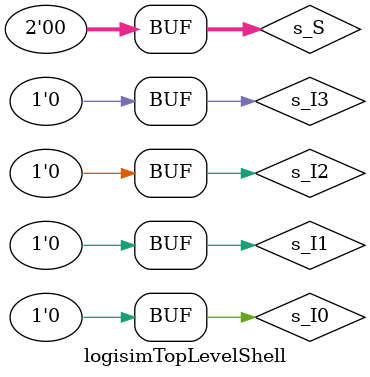
<source format=v>
/******************************************************************************
 ** Logisim-evolution goes FPGA automatic generated Verilog code             **
 ** https://github.com/logisim-evolution/                                    **
 **                                                                          **
 ** Component : logisimTopLevelShell                                         **
 **                                                                          **
 *****************************************************************************/

module logisimTopLevelShell(  );

   /*******************************************************************************
   ** The wires are defined here                                                 **
   *******************************************************************************/
   wire       s_I0;
   wire       s_I1;
   wire       s_I2;
   wire       s_I3;
   wire       s_O;
   wire [1:0] s_S;

   /*******************************************************************************
   ** The module functionality is described here                                 **
   *******************************************************************************/

   /*******************************************************************************
   ** All signal adaptations are performed here                                  **
   *******************************************************************************/
   assign s_I0   = 1'b0;
   assign s_I1   = 1'b0;
   assign s_I2   = 1'b0;
   assign s_I3   = 1'b0;
   assign s_S[0] = 1'b0;
   assign s_S[1] = 1'b0;

   /*******************************************************************************
   ** The toplevel component is connected here                                   **
   *******************************************************************************/
   MUX4T1_1   CIRCUIT_0 (.I0(s_I0),
                         .I1(s_I1),
                         .I2(s_I2),
                         .I3(s_I3),
                         .O(s_O),
                         .S(s_S));
endmodule

</source>
